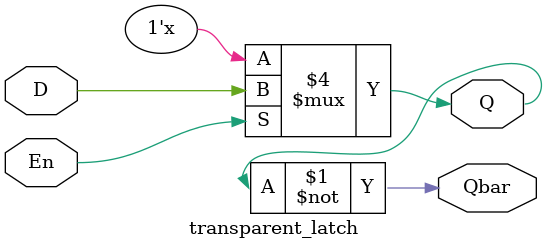
<source format=v>
`timescale 1ns / 1ps

module transparent_latch(Q,Qbar,D,En);
    input D,En;
    output reg Q;
    output Qbar;
        assign Qbar = ~Q;
        always @(D or En) begin
            if (En) Q = D;
        end
endmodule

</source>
